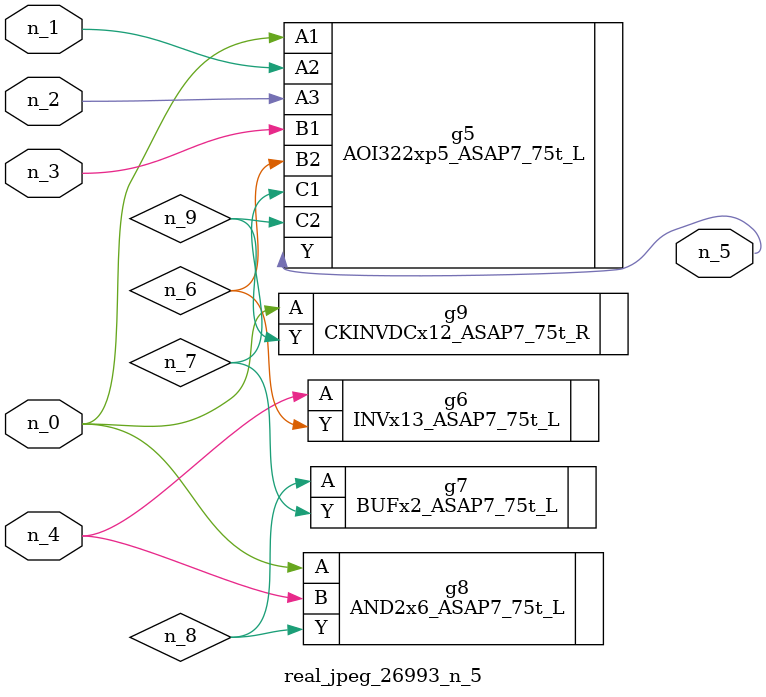
<source format=v>
module real_jpeg_26993_n_5 (n_4, n_0, n_1, n_2, n_3, n_5);

input n_4;
input n_0;
input n_1;
input n_2;
input n_3;

output n_5;

wire n_8;
wire n_6;
wire n_7;
wire n_9;

AOI322xp5_ASAP7_75t_L g5 ( 
.A1(n_0),
.A2(n_1),
.A3(n_2),
.B1(n_3),
.B2(n_6),
.C1(n_7),
.C2(n_9),
.Y(n_5)
);

AND2x6_ASAP7_75t_L g8 ( 
.A(n_0),
.B(n_4),
.Y(n_8)
);

CKINVDCx12_ASAP7_75t_R g9 ( 
.A(n_0),
.Y(n_9)
);

INVx13_ASAP7_75t_L g6 ( 
.A(n_4),
.Y(n_6)
);

BUFx2_ASAP7_75t_L g7 ( 
.A(n_8),
.Y(n_7)
);


endmodule
</source>
